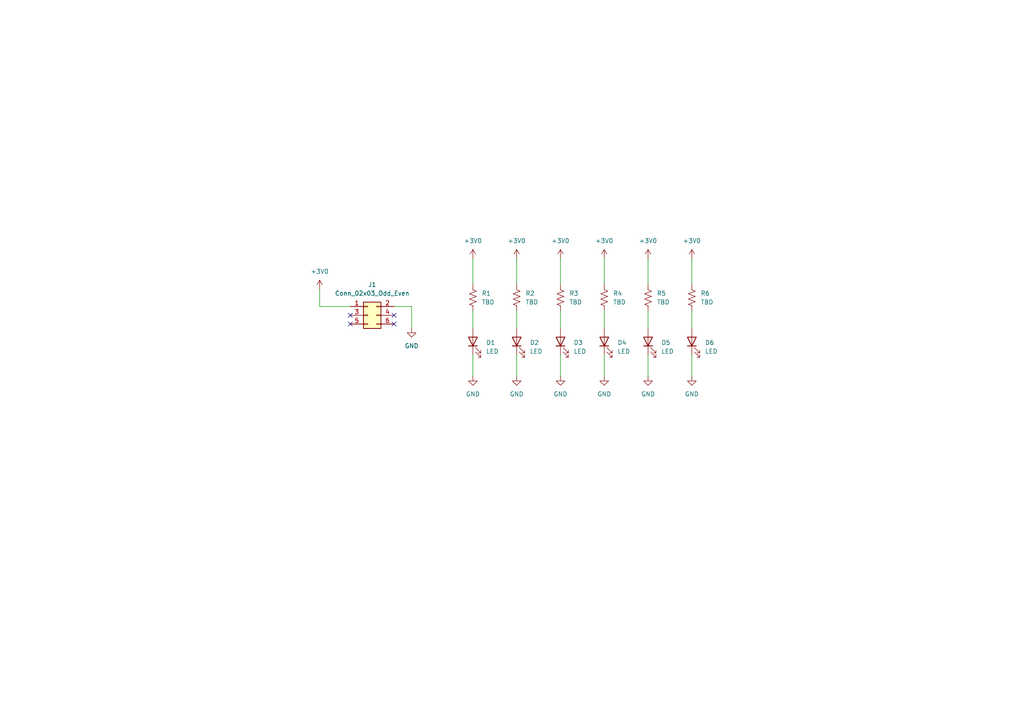
<source format=kicad_sch>
(kicad_sch (version 20250114) (generator "eeschema") (generator_version "9.0")
  (paper "A4")
  (title_block (title "knit_yarn_SAO") (date "2025-05-10") (rev "r0.1") (company "Boris Nimcevic"))
  (lib_symbols
    (symbol "Connector_Generic:Conn_02x03_Odd_Even" (pin_names (offset 1.016) (hide yes))
      (property "Reference" "J" (at 1.27 5.08 0))
      (property "Value" "Conn_02x03_Odd_Even" (at 1.27 -5.08 0))
      (symbol "Conn_02x03_Odd_Even_1_1"
        (rectangle (start -1.27 3.81) (end 3.81 -3.81) (stroke (width 0.254)) (fill (type background)))
        (rectangle (start -1.27 2.667) (end 0 2.413) (stroke (width 0.1524)))
        (rectangle (start -1.27 0.127) (end 0 -0.127) (stroke (width 0.1524)))
        (rectangle (start -1.27 -2.413) (end 0 -2.667) (stroke (width 0.1524)))
        (rectangle (start 3.81 2.667) (end 2.54 2.413) (stroke (width 0.1524)))
        (rectangle (start 3.81 0.127) (end 2.54 -0.127) (stroke (width 0.1524)))
        (rectangle (start 3.81 -2.413) (end 2.54 -2.667) (stroke (width 0.1524)))
        (pin passive line (at -5.08 2.54 0) (length 3.81) (name "Pin_1") (number "1"))
        (pin passive line (at -5.08 0 0) (length 3.81) (name "Pin_3") (number "3"))
        (pin passive line (at -5.08 -2.54 0) (length 3.81) (name "Pin_5") (number "5"))
        (pin passive line (at 7.62 2.54 180) (length 3.81) (name "Pin_2") (number "2"))
        (pin passive line (at 7.62 0 180) (length 3.81) (name "Pin_4") (number "4"))
        (pin passive line (at 7.62 -2.54 180) (length 3.81) (name "Pin_6") (number "6"))
      )
    )
    (symbol "Device:LED" (pin_numbers (hide yes)) (pin_names (offset 1.016) (hide yes))
      (property "Reference" "D" (at 0 2.54 0))
      (property "Value" "LED" (at 0 -2.54 0))
      (symbol "LED_0_1"
        (polyline (pts (xy -3.048 -0.762) (xy -4.572 -2.286) (xy -3.81 -2.286) (xy -4.572 -2.286) (xy -4.572 -1.524)))
        (polyline (pts (xy -1.778 -0.762) (xy -3.302 -2.286) (xy -2.54 -2.286) (xy -3.302 -2.286) (xy -3.302 -1.524)))
        (polyline (pts (xy -1.27 0) (xy 1.27 0)))
        (polyline (pts (xy -1.27 -1.27) (xy -1.27 1.27)) (stroke (width 0.254)))
        (polyline (pts (xy 1.27 -1.27) (xy 1.27 1.27) (xy -1.27 0) (xy 1.27 -1.27)) (stroke (width 0.254)))
      )
      (symbol "LED_1_1"
        (pin passive line (at -3.81 0 0) (length 2.54) (name "K") (number "1"))
        (pin passive line (at 3.81 0 180) (length 2.54) (name "A") (number "2"))
      )
    )
    (symbol "Device:R_US" (pin_numbers (hide yes)) (pin_names (offset 0))
      (property "Reference" "R" (at 2.54 0 90))
      (property "Value" "R_US" (at -2.54 0 90))
      (symbol "R_US_0_1"
        (polyline (pts (xy 0 2.286) (xy 0 2.54)))
        (polyline (pts (xy 0 2.286) (xy 1.016 1.905) (xy 0 1.524) (xy -1.016 1.143) (xy 0 0.762)))
        (polyline (pts (xy 0 0.762) (xy 1.016 0.381) (xy 0 0) (xy -1.016 -0.381) (xy 0 -0.762)))
        (polyline (pts (xy 0 -0.762) (xy 1.016 -1.143) (xy 0 -1.524) (xy -1.016 -1.905) (xy 0 -2.286)))
        (polyline (pts (xy 0 -2.286) (xy 0 -2.54)))
      )
      (symbol "R_US_1_1"
        (pin passive line (at 0 3.81 270) (length 1.27) (name "~") (number "1"))
        (pin passive line (at 0 -3.81 90) (length 1.27) (name "~") (number "2"))
      )
    )
    (symbol "power:+3V0" (power) (pin_numbers (hide yes)) (pin_names (offset 0) (hide yes))
      (property "Value" "+3V0" (at 0 3.556 0))
      (symbol "+3V0_0_1"
        (polyline (pts (xy -0.762 1.27) (xy 0 2.54)))
        (polyline (pts (xy 0 2.54) (xy 0.762 1.27)))
        (polyline (pts (xy 0 0) (xy 0 2.54)))
      )
      (symbol "+3V0_1_1"
        (pin power_in line (at 0 0 90) (length 0) (name "~") (number "1"))
      )
    )
    (symbol "power:GND" (power) (pin_numbers (hide yes)) (pin_names (offset 0) (hide yes))
      (property "Value" "GND" (at 0 -3.81 0))
      (symbol "GND_0_1"
        (polyline (pts (xy 0 0) (xy 0 -1.27) (xy 1.27 -1.27) (xy 0 -2.54) (xy -1.27 -1.27) (xy 0 -1.27)))
      )
      (symbol "GND_1_1"
        (pin power_in line (at 0 0 270) (length 0) (name "~") (number "1"))
      )
    )
  )
  (no_connect (at 101.6 93.98))
  (no_connect (at 114.3 93.98))
  (no_connect (at 114.3 91.44))
  (no_connect (at 101.6 91.44))
  (wire (pts (xy 187.96 102.87) (xy 187.96 109.22)))
  (wire (pts (xy 175.26 102.87) (xy 175.26 109.22)))
  (wire (pts (xy 162.56 102.87) (xy 162.56 109.22)))
  (wire (pts (xy 187.96 74.93) (xy 187.96 82.55)))
  (wire (pts (xy 162.56 90.17) (xy 162.56 95.25)))
  (wire (pts (xy 200.66 74.93) (xy 200.66 82.55)))
  (wire (pts (xy 175.26 74.93) (xy 175.26 82.55)))
  (wire (pts (xy 175.26 90.17) (xy 175.26 95.25)))
  (wire (pts (xy 200.66 102.87) (xy 200.66 109.22)))
  (wire (pts (xy 92.71 88.9) (xy 101.6 88.9)))
  (wire (pts (xy 137.16 102.87) (xy 137.16 109.22)))
  (wire (pts (xy 162.56 74.93) (xy 162.56 82.55)))
  (wire (pts (xy 137.16 74.93) (xy 137.16 82.55)))
  (wire (pts (xy 119.38 88.9) (xy 114.3 88.9)))
  (wire (pts (xy 92.71 83.82) (xy 92.71 88.9)))
  (wire (pts (xy 119.38 95.25) (xy 119.38 88.9)))
  (wire (pts (xy 149.86 102.87) (xy 149.86 109.22)))
  (wire (pts (xy 149.86 90.17) (xy 149.86 95.25)))
  (wire (pts (xy 200.66 90.17) (xy 200.66 95.25)))
  (wire (pts (xy 137.16 90.17) (xy 137.16 95.25)))
  (wire (pts (xy 149.86 74.93) (xy 149.86 82.55)))
  (wire (pts (xy 187.96 90.17) (xy 187.96 95.25)))
  (symbol (lib_id "power:+3V0") (at 149.86 74.93 0) (unit 1)
    (property "Reference" "#PWR03" (effects (hide yes)))
    (property "Value" "+3V0" (at 149.86 69.85 0))
    (property "Description" "Power symbol creates a global label with name \"+3V0\"" (effects (hide yes)))
  )
  (symbol (lib_id "power:GND") (at 119.38 95.25 0) (unit 1)
    (property "Reference" "#PWR06" (effects (hide yes)))
    (property "Value" "GND" (at 119.38 100.33 0))
    (property "Description" "Power symbol creates a global label with name \"GND\" , ground" (effects (hide yes)))
  )
  (symbol (lib_id "Device:R_US") (at 137.16 86.36 0) (unit 1)
    (property "Reference" "R1" (at 139.7 85.0899 0) (effects (justify left)))
    (property "Value" "TBD" (at 139.7 87.6299 0) (effects (justify left)))
    (property "Footprint" "Resistor_SMD:R_0603_1608Metric_Pad0.98x0.95mm_HandSolder" (effects (hide yes)))
    (property "Description" "Resistor, US symbol" (effects (hide yes)))
  )
  (symbol (lib_id "power:GND") (at 149.86 109.22 0) (unit 1)
    (property "Reference" "#PWR08" (effects (hide yes)))
    (property "Value" "GND" (at 149.86 114.3 0))
    (property "Description" "Power symbol creates a global label with name \"GND\" , ground" (effects (hide yes)))
  )
  (symbol (lib_id "Device:LED") (at 175.26 99.06 90) (unit 1)
    (property "Reference" "D4" (at 179.07 99.3774 90) (effects (justify right)))
    (property "Value" "LED" (at 179.07 101.9174 90) (effects (justify right)))
    (property "Footprint" "LED_SMD:LED_0603_1608Metric_Pad1.05x0.95mm_HandSolder" (effects (hide yes)))
    (property "Description" "Light emitting diode" (effects (hide yes)))
    (property "Sim.Pins" "1=K 2=A" (effects (hide yes)))
  )
  (symbol (lib_id "Device:LED") (at 137.16 99.06 90) (unit 1)
    (property "Reference" "D1" (at 140.97 99.3774 90) (effects (justify right)))
    (property "Value" "LED" (at 140.97 101.9174 90) (effects (justify right)))
    (property "Footprint" "LED_SMD:LED_0603_1608Metric_Pad1.05x0.95mm_HandSolder" (effects (hide yes)))
    (property "Description" "Light emitting diode" (effects (hide yes)))
    (property "Sim.Pins" "1=K 2=A" (effects (hide yes)))
  )
  (symbol (lib_id "Device:R_US") (at 187.96 86.36 0) (unit 1)
    (property "Reference" "R5" (at 190.5 85.0899 0) (effects (justify left)))
    (property "Value" "TBD" (at 190.5 87.6299 0) (effects (justify left)))
    (property "Footprint" "Resistor_SMD:R_0603_1608Metric_Pad0.98x0.95mm_HandSolder" (effects (hide yes)))
    (property "Description" "Resistor, US symbol" (effects (hide yes)))
  )
  (symbol (lib_id "Device:LED") (at 149.86 99.06 90) (unit 1)
    (property "Reference" "D2" (at 153.67 99.3774 90) (effects (justify right)))
    (property "Value" "LED" (at 153.67 101.9174 90) (effects (justify right)))
    (property "Footprint" "LED_SMD:LED_0603_1608Metric_Pad1.05x0.95mm_HandSolder" (effects (hide yes)))
    (property "Description" "Light emitting diode" (effects (hide yes)))
    (property "Sim.Pins" "1=K 2=A" (effects (hide yes)))
  )
  (symbol (lib_id "power:+3V0") (at 137.16 74.93 0) (unit 1)
    (property "Reference" "#PWR02" (effects (hide yes)))
    (property "Value" "+3V0" (at 137.16 69.85 0))
    (property "Description" "Power symbol creates a global label with name \"+3V0\"" (effects (hide yes)))
  )
  (symbol (lib_id "Device:R_US") (at 149.86 86.36 0) (unit 1)
    (property "Reference" "R2" (at 152.4 85.0899 0) (effects (justify left)))
    (property "Value" "TBD" (at 152.4 87.6299 0) (effects (justify left)))
    (property "Footprint" "Resistor_SMD:R_0603_1608Metric_Pad0.98x0.95mm_HandSolder" (effects (hide yes)))
    (property "Description" "Resistor, US symbol" (effects (hide yes)))
  )
  (symbol (lib_id "power:+3V0") (at 200.66 74.93 0) (unit 1)
    (property "Reference" "#PWR013" (effects (hide yes)))
    (property "Value" "+3V0" (at 200.66 69.85 0))
    (property "Description" "Power symbol creates a global label with name \"+3V0\"" (effects (hide yes)))
  )
  (symbol (lib_id "power:GND") (at 187.96 109.22 0) (unit 1)
    (property "Reference" "#PWR012" (effects (hide yes)))
    (property "Value" "GND" (at 187.96 114.3 0))
    (property "Description" "Power symbol creates a global label with name \"GND\" , ground" (effects (hide yes)))
  )
  (symbol (lib_id "Device:LED") (at 200.66 99.06 90) (unit 1)
    (property "Reference" "D6" (at 204.47 99.3774 90) (effects (justify right)))
    (property "Value" "LED" (at 204.47 101.9174 90) (effects (justify right)))
    (property "Footprint" "LED_SMD:LED_0603_1608Metric_Pad1.05x0.95mm_HandSolder" (effects (hide yes)))
    (property "Description" "Light emitting diode" (effects (hide yes)))
    (property "Sim.Pins" "1=K 2=A" (effects (hide yes)))
  )
  (symbol (lib_id "power:GND") (at 162.56 109.22 0) (unit 1)
    (property "Reference" "#PWR09" (effects (hide yes)))
    (property "Value" "GND" (at 162.56 114.3 0))
    (property "Description" "Power symbol creates a global label with name \"GND\" , ground" (effects (hide yes)))
  )
  (symbol (lib_id "Device:LED") (at 162.56 99.06 90) (unit 1)
    (property "Reference" "D3" (at 166.37 99.3774 90) (effects (justify right)))
    (property "Value" "LED" (at 166.37 101.9174 90) (effects (justify right)))
    (property "Footprint" "LED_SMD:LED_0603_1608Metric_Pad1.05x0.95mm_HandSolder" (effects (hide yes)))
    (property "Description" "Light emitting diode" (effects (hide yes)))
    (property "Sim.Pins" "1=K 2=A" (effects (hide yes)))
  )
  (symbol (lib_id "power:+3V0") (at 92.71 83.82 0) (unit 1)
    (property "Reference" "#PWR01" (effects (hide yes)))
    (property "Value" "+3V0" (at 92.71 78.74 0))
    (property "Description" "Power symbol creates a global label with name \"+3V0\"" (effects (hide yes)))
  )
  (symbol (lib_id "Device:R_US") (at 162.56 86.36 0) (unit 1)
    (property "Reference" "R3" (at 165.1 85.0899 0) (effects (justify left)))
    (property "Value" "TBD" (at 165.1 87.6299 0) (effects (justify left)))
    (property "Footprint" "Resistor_SMD:R_0603_1608Metric_Pad0.98x0.95mm_HandSolder" (effects (hide yes)))
    (property "Description" "Resistor, US symbol" (effects (hide yes)))
  )
  (symbol (lib_id "Connector_Generic:Conn_02x03_Odd_Even") (at 106.68 91.44 0) (unit 1)
    (property "Reference" "J1" (at 107.95 82.55 0))
    (property "Value" "Conn_02x03_Odd_Even" (at 107.95 85.09 0))
    (property "Footprint" "Connector_IDC:IDC-Header_2x03_P2.54mm_Vertical_SMD" (effects (hide yes)))
    (property "Description" "Generic connector, double row, 02x03, odd/even pin numbering scheme (row 1 odd numbers, row 2 even numbers), script generated (kicad-library-utils/schlib/autogen/connector/)" (effects (hide yes)))
  )
  (symbol (lib_id "power:GND") (at 200.66 109.22 0) (unit 1)
    (property "Reference" "#PWR014" (effects (hide yes)))
    (property "Value" "GND" (at 200.66 114.3 0))
    (property "Description" "Power symbol creates a global label with name \"GND\" , ground" (effects (hide yes)))
  )
  (symbol (lib_id "power:+3V0") (at 162.56 74.93 0) (unit 1)
    (property "Reference" "#PWR04" (effects (hide yes)))
    (property "Value" "+3V0" (at 162.56 69.85 0))
    (property "Description" "Power symbol creates a global label with name \"+3V0\"" (effects (hide yes)))
  )
  (symbol (lib_id "power:+3V0") (at 175.26 74.93 0) (unit 1)
    (property "Reference" "#PWR05" (effects (hide yes)))
    (property "Value" "+3V0" (at 175.26 69.85 0))
    (property "Description" "Power symbol creates a global label with name \"+3V0\"" (effects (hide yes)))
  )
  (symbol (lib_id "power:GND") (at 137.16 109.22 0) (unit 1)
    (property "Reference" "#PWR07" (effects (hide yes)))
    (property "Value" "GND" (at 137.16 114.3 0))
    (property "Description" "Power symbol creates a global label with name \"GND\" , ground" (effects (hide yes)))
  )
  (symbol (lib_id "power:GND") (at 175.26 109.22 0) (unit 1)
    (property "Reference" "#PWR010" (effects (hide yes)))
    (property "Value" "GND" (at 175.26 114.3 0))
    (property "Description" "Power symbol creates a global label with name \"GND\" , ground" (effects (hide yes)))
  )
  (symbol (lib_id "Device:R_US") (at 200.66 86.36 0) (unit 1)
    (property "Reference" "R6" (at 203.2 85.0899 0) (effects (justify left)))
    (property "Value" "TBD" (at 203.2 87.6299 0) (effects (justify left)))
    (property "Footprint" "Resistor_SMD:R_0603_1608Metric_Pad0.98x0.95mm_HandSolder" (effects (hide yes)))
    (property "Description" "Resistor, US symbol" (effects (hide yes)))
  )
  (symbol (lib_id "power:+3V0") (at 187.96 74.93 0) (unit 1)
    (property "Reference" "#PWR011" (effects (hide yes)))
    (property "Value" "+3V0" (at 187.96 69.85 0))
    (property "Description" "Power symbol creates a global label with name \"+3V0\"" (effects (hide yes)))
  )
  (symbol (lib_id "Device:LED") (at 187.96 99.06 90) (unit 1)
    (property "Reference" "D5" (at 191.77 99.3774 90) (effects (justify right)))
    (property "Value" "LED" (at 191.77 101.9174 90) (effects (justify right)))
    (property "Footprint" "LED_SMD:LED_0603_1608Metric_Pad1.05x0.95mm_HandSolder" (effects (hide yes)))
    (property "Description" "Light emitting diode" (effects (hide yes)))
    (property "Sim.Pins" "1=K 2=A" (effects (hide yes)))
  )
  (symbol (lib_id "Device:R_US") (at 175.26 86.36 0) (unit 1)
    (property "Reference" "R4" (at 177.8 85.0899 0) (effects (justify left)))
    (property "Value" "TBD" (at 177.8 87.6299 0) (effects (justify left)))
    (property "Footprint" "Resistor_SMD:R_0603_1608Metric_Pad0.98x0.95mm_HandSolder" (effects (hide yes)))
    (property "Description" "Resistor, US symbol" (effects (hide yes)))
  )
)
</source>
